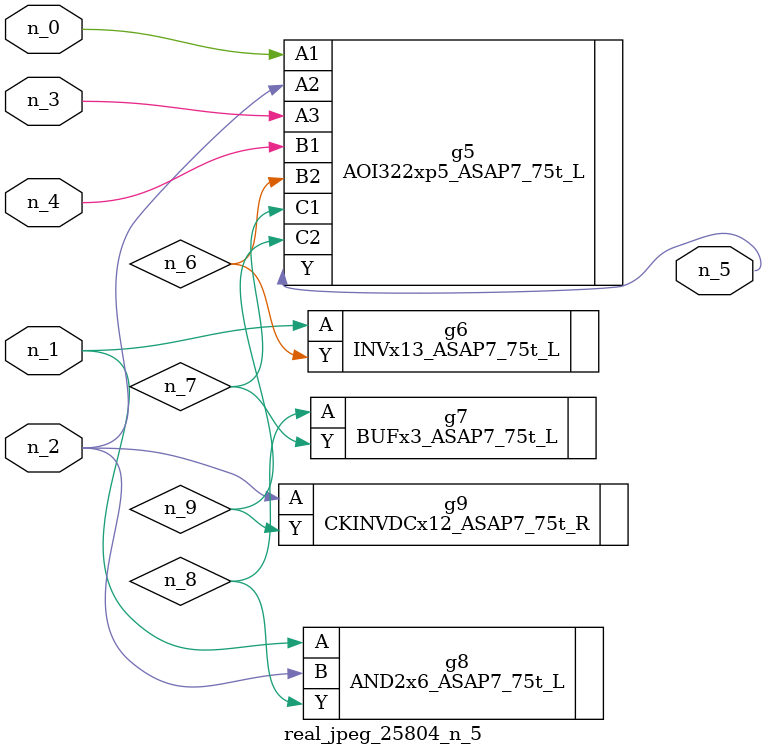
<source format=v>
module real_jpeg_25804_n_5 (n_4, n_0, n_1, n_2, n_3, n_5);

input n_4;
input n_0;
input n_1;
input n_2;
input n_3;

output n_5;

wire n_8;
wire n_6;
wire n_7;
wire n_9;

AOI322xp5_ASAP7_75t_L g5 ( 
.A1(n_0),
.A2(n_2),
.A3(n_3),
.B1(n_4),
.B2(n_6),
.C1(n_7),
.C2(n_9),
.Y(n_5)
);

INVx13_ASAP7_75t_L g6 ( 
.A(n_1),
.Y(n_6)
);

AND2x6_ASAP7_75t_L g8 ( 
.A(n_1),
.B(n_2),
.Y(n_8)
);

CKINVDCx12_ASAP7_75t_R g9 ( 
.A(n_2),
.Y(n_9)
);

BUFx3_ASAP7_75t_L g7 ( 
.A(n_8),
.Y(n_7)
);


endmodule
</source>
